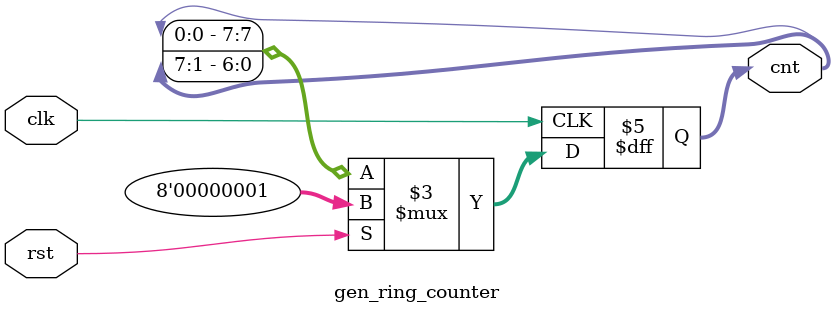
<source format=sv>
module gen_ring_counter #(parameter WIDTH=8) (
    input clk, rst,
    output reg [WIDTH-1:0] cnt
);
generate
    always @(posedge clk) begin
        if (rst) cnt <= {{WIDTH-1{1'b0}}, 1'b1};
        else cnt <= {cnt[0], cnt[WIDTH-1:1]};
    end
endgenerate
endmodule

</source>
